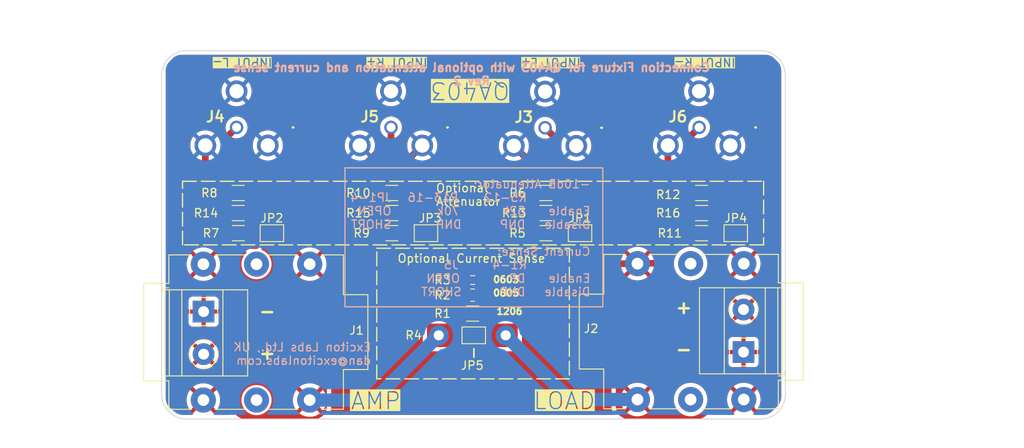
<source format=kicad_pcb>
(kicad_pcb (version 20221018) (generator pcbnew)
  (layers (0 "F.Cu" signal) (31 "B.Cu" signal) (34 "B.Paste" user) (35 "F.Paste" user) (36 "B.SilkS" user "B.Silkscreen") (37 "F.SilkS" user "F.Silkscreen") (38 "B.Mask" user) (39 "F.Mask" user) (44 "Edge.Cuts" user))
  (net 0 "")
  (net 1 "GNDA")
  (net 2 "/A")
  (net 3 "/B")
  (net 4 "/COM")
  (net 5 "Net-(R13-Pad2)")
  (net 6 "Net-(R10-Pad1)")
  (net 7 "Net-(R11-Pad2)")
  (net 8 "Net-(R14-Pad2)")
  (net 9 "/L+")
  (net 10 "/L-")
  (net 11 "/R+")
  (net 12 "/R-")
  (net 14 "unconnected-(J1-PadRN)")
  (footprint "Resistor_SMD:R_1206_3216Metric" (layer "F.Cu") (at 84.65 42 180)
    (fp_text reference "R8" (at 3.45 0 180) (layer "F.SilkS"))
    (fp_text value "R")
    (fp_line (start -0.727064 -0.91) (end 0.727064 -0.91) (stroke (width 0.12)) (layer "F.SilkS"))
    (fp_line (start -0.727064 0.91) (end 0.727064 0.91) (stroke (width 0.12)) (layer "F.SilkS"))
    (pad "1" smd roundrect (at -1.4625 0 180) (size 1.125 1.75) (layers "F.Cu" "F.Paste" "F.Mask") (roundrect_rratio 0.2222222222) (net 8 "Net-(R14-Pad2)"))
    (pad "2" smd roundrect (at 1.4625 0 180) (size 1.125 1.75) (layers "F.Cu" "F.Paste" "F.Mask") (roundrect_rratio 0.2222222222) (net 10 "/L-"))
  )
  (footprint "ProjectLibrary:R_SQM_20W_Resistor_45mm_20mm_12mm" (layer "F.Cu") (at 122.6 63)
    (fp_text reference "R4" (at -17 -4 180) (layer "F.SilkS"))
    (fp_text value "DNP")
    (pad "1" thru_hole circle (at -14 -4) (size 2.4 2.4) (drill 1.2) (layers "*.Cu" "*.Mask") (net 2 "/A"))
    (pad "2" thru_hole oval (at -6 -4) (size 2.4 2.4) (drill 1.2) (layers "*.Cu" "*.Mask") (net 3 "/B"))
  )
  (footprint "Resistor_SMD:R_1206_3216Metric" (layer "F.Cu") (at 140 42 180)
    (fp_text reference "R12" (at 4 -0.2 180) (layer "F.SilkS"))
    (fp_text value "R")
    (fp_line (start -0.727064 -0.91) (end 0.727064 -0.91) (stroke (width 0.12)) (layer "F.SilkS"))
    (fp_line (start -0.727064 0.91) (end 0.727064 0.91) (stroke (width 0.12)) (layer "F.SilkS"))
    (pad "1" smd roundrect (at -1.4625 0 180) (size 1.125 1.75) (layers "F.Cu" "F.Paste" "F.Mask") (roundrect_rratio 0.2222222222) (net 7 "Net-(R11-Pad2)"))
    (pad "2" smd roundrect (at 1.4625 0 180) (size 1.125 1.75) (layers "F.Cu" "F.Paste" "F.Mask") (roundrect_rratio 0.2222222222) (net 12 "/R-"))
  )
  (footprint "Resistor_SMD:R_1206_3216Metric" (layer "F.Cu") (at 121.4 46.8 180)
    (fp_text reference "R5" (at 3.4 0 180) (layer "F.SilkS"))
    (fp_text value "R")
    (fp_line (start -0.727064 -0.91) (end 0.727064 -0.91) (stroke (width 0.12)) (layer "F.SilkS"))
    (fp_line (start -0.727064 0.91) (end 0.727064 0.91) (stroke (width 0.12)) (layer "F.SilkS"))
    (pad "1" smd roundrect (at -1.4625 0 180) (size 1.125 1.75) (layers "F.Cu" "F.Paste" "F.Mask") (roundrect_rratio 0.2222222222) (net 3 "/B"))
    (pad "2" smd roundrect (at 1.4625 0 180) (size 1.125 1.75) (layers "F.Cu" "F.Paste" "F.Mask") (roundrect_rratio 0.2222222222) (net 5 "Net-(R13-Pad2)"))
  )
  (footprint "ProjectLibrary:52211232" (layer "F.Cu") (at 139.7 34.165)
    (fp_text reference "J6" (at -2.54 -1.27) (layer "F.SilkS") (effects (font (size 1.27 1.27) (thickness 0.254))))
    (fp_text value "Conn_Coaxial" hide)
    (fp_line (start 6.7 0) (end 6.7 0) (stroke (width 0.2)) (layer "F.SilkS"))
    (fp_line (start 6.7 0) (end 6.7 0) (stroke (width 0.2)) (layer "F.SilkS"))
    (fp_line (start 6.8 0) (end 6.8 0) (stroke (width 0.2)) (layer "F.SilkS"))
    (fp_arc (start 6.7 0) (mid 6.75 -0.05) (end 6.8 0) (stroke (width 0.2)) (layer "F.SilkS"))
    (fp_arc (start 6.8 0) (mid 6.75 0.05) (end 6.7 0) (stroke (width 0.2)) (layer "F.SilkS"))
    (fp_arc (start 6.8 0) (mid 6.75 0.05) (end 6.7 0) (stroke (width 0.2)) (layer "F.SilkS"))
    (pad "1" thru_hole circle locked (at 0 0) (size 1.605 1.605) (drill 1.07) (layers "*.Cu" "*.Mask") (net 12 "/R-"))
    (pad "2" thru_hole circle locked (at 0 -4.32) (size 2.595 2.595) (drill 1.73) (layers "*.Cu" "*.Mask") (net 1 "GNDA"))
    (pad "3" thru_hole circle locked (at 3.73 2.16) (size 2.595 2.595) (drill 1.73) (layers "*.Cu" "*.Mask") (net 1 "GNDA"))
    (pad "4" thru_hole circle locked (at -3.73 2.16) (size 2.595 2.595) (drill 1.73) (layers "*.Cu" "*.Mask") (net 1 "GNDA"))
  )
  (footprint "Jumper:SolderJumper-2_P1.3mm_Open_TrianglePad1.0x1.5mm" (layer "F.Cu") (at 144.075 46.8)
    (fp_text reference "JP4" (at 0 -1.8) (layer "F.SilkS"))
    (fp_text value "SolderJumper_2_Open")
    (fp_line (start -1.4 -1) (end 1.4 -1) (stroke (width 0.12)) (layer "F.SilkS"))
    (fp_line (start -1.4 1) (end -1.4 -1) (stroke (width 0.12)) (layer "F.SilkS"))
    (fp_line (start 1.4 -1) (end 1.4 1) (stroke (width 0.12)) (layer "F.SilkS"))
    (fp_line (start 1.4 1) (end -1.4 1) (stroke (width 0.12)) (layer "F.SilkS"))
    (pad "1" smd custom (at -0.725 0) (size 0.3 0.3) (layers "F.Cu" "F.Mask") (net 3 "/B") (options (clearance outline) (anchor rect)) (primitives (gr_poly (pts (xy 1 0) (xy 0.5 0.75) (xy -0.5 0.75) (xy -0.5 -0.75) (xy 0.5 -0.75)) (width 0) (fill yes))))
    (pad "2" smd custom (at 0.725 0) (size 0.3 0.3) (layers "F.Cu" "F.Mask") (net 12 "/R-") (options (clearance outline) (anchor rect)) (primitives (gr_poly (pts (xy 0.5 0.75) (xy -0.65 0.75) (xy -0.15 0) (xy -0.65 -0.75) (xy 0.5 -0.75)) (width 0) (fill yes))))
  )
  (footprint "ProjectLibrary:52211232" (layer "F.Cu") (at 121.300396 34.21)
    (fp_text reference "J3" (at -2.54 -1.27) (layer "F.SilkS") (effects (font (size 1.27 1.27) (thickness 0.254))))
    (fp_text value "Conn_Coaxial" hide)
    (fp_line (start 6.7 0) (end 6.7 0) (stroke (width 0.2)) (layer "F.SilkS"))
    (fp_line (start 6.7 0) (end 6.7 0) (stroke (width 0.2)) (layer "F.SilkS"))
    (fp_line (start 6.8 0) (end 6.8 0) (stroke (width 0.2)) (layer "F.SilkS"))
    (fp_arc (start 6.7 0) (mid 6.75 -0.05) (end 6.8 0) (stroke (width 0.2)) (layer "F.SilkS"))
    (fp_arc (start 6.8 0) (mid 6.75 0.05) (end 6.7 0) (stroke (width 0.2)) (layer "F.SilkS"))
    (fp_arc (start 6.8 0) (mid 6.75 0.05) (end 6.7 0) (stroke (width 0.2)) (layer "F.SilkS"))
    (pad "1" thru_hole circle locked (at 0 0) (size 1.605 1.605) (drill 1.07) (layers "*.Cu" "*.Mask") (net 9 "/L+"))
    (pad "2" thru_hole circle locked (at 0 -4.32) (size 2.595 2.595) (drill 1.73) (layers "*.Cu" "*.Mask") (net 1 "GNDA"))
    (pad "3" thru_hole circle locked (at 3.73 2.16) (size 2.595 2.595) (drill 1.73) (layers "*.Cu" "*.Mask") (net 1 "GNDA"))
    (pad "4" thru_hole circle locked (at -3.73 2.16) (size 2.595 2.595) (drill 1.73) (layers "*.Cu" "*.Mask") (net 1 "GNDA"))
  )
  (footprint "ProjectLibrary:52211232" (layer "F.Cu") (at 102.900793 34.165)
    (fp_text reference "J5" (at -2.54 -1.27) (layer "F.SilkS") (effects (font (size 1.27 1.27) (thickness 0.254))))
    (fp_text value "Conn_Coaxial" hide)
    (fp_line (start 6.7 0) (end 6.7 0) (stroke (width 0.2)) (layer "F.SilkS"))
    (fp_line (start 6.7 0) (end 6.7 0) (stroke (width 0.2)) (layer "F.SilkS"))
    (fp_line (start 6.8 0) (end 6.8 0) (stroke (width 0.2)) (layer "F.SilkS"))
    (fp_arc (start 6.7 0) (mid 6.75 -0.05) (end 6.8 0) (stroke (width 0.2)) (layer "F.SilkS"))
    (fp_arc (start 6.8 0) (mid 6.75 0.05) (end 6.7 0) (stroke (width 0.2)) (layer "F.SilkS"))
    (fp_arc (start 6.8 0) (mid 6.75 0.05) (end 6.7 0) (stroke (width 0.2)) (layer "F.SilkS"))
    (pad "1" thru_hole circle locked (at 0 0) (size 1.605 1.605) (drill 1.07) (layers "*.Cu" "*.Mask") (net 11 "/R+"))
    (pad "2" thru_hole circle locked (at 0 -4.32) (size 2.595 2.595) (drill 1.73) (layers "*.Cu" "*.Mask") (net 1 "GNDA"))
    (pad "3" thru_hole circle locked (at 3.73 2.16) (size 2.595 2.595) (drill 1.73) (layers "*.Cu" "*.Mask") (net 1 "GNDA"))
    (pad "4" thru_hole circle locked (at -3.73 2.16) (size 2.595 2.595) (drill 1.73) (layers "*.Cu" "*.Mask") (net 1 "GNDA"))
  )
  (footprint "Resistor_SMD:R_0603_1608Metric_Pad0.98x0.95mm_HandSolder" (layer "F.Cu") (at 112.65 52.4)
    (fp_text reference "R3" (at -3.6 0) (layer "F.SilkS"))
    (fp_text value "DNP")
    (fp_line (start -0.254724 -0.5225) (end 0.254724 -0.5225) (stroke (width 0.12)) (layer "F.SilkS"))
    (fp_line (start -0.254724 0.5225) (end 0.254724 0.5225) (stroke (width 0.12)) (layer "F.SilkS"))
    (pad "1" smd roundrect (at -0.9125 0) (size 0.975 0.95) (layers "F.Cu" "F.Paste" "F.Mask") (net 2 "/A"))
    (pad "2" smd roundrect (at 0.9125 0) (size 0.975 0.95) (layers "F.Cu" "F.Paste" "F.Mask") (net 3 "/B"))
  )
  (footprint "Resistor_SMD:R_1206_3216Metric" (layer "F.Cu") (at 103 42)
    (fp_text reference "R10" (at -4 0) (layer "F.SilkS"))
    (fp_text value "R")
    (fp_line (start -0.727064 -0.91) (end 0.727064 -0.91) (stroke (width 0.12)) (layer "F.SilkS"))
    (fp_line (start -0.727064 0.91) (end 0.727064 0.91) (stroke (width 0.12)) (layer "F.SilkS"))
    (pad "1" smd roundrect (at -1.4625 0) (size 1.125 1.75) (layers "F.Cu" "F.Paste" "F.Mask") (roundrect_rratio 0.2222222222) (net 6 "Net-(R10-Pad1)"))
    (pad "2" smd roundrect (at 1.4625 0) (size 1.125 1.75) (layers "F.Cu" "F.Paste" "F.Mask") (roundrect_rratio 0.2222222222) (net 2 "/A"))
  )
  (footprint "Resistor_SMD:R_1206_3216Metric" (layer "F.Cu") (at 84.65 44.4)
    (fp_text reference "R14" (at -3.85 0) (layer "F.SilkS"))
    (fp_text value "R")
    (fp_line (start -0.727064 -0.91) (end 0.727064 -0.91) (stroke (width 0.12)) (layer "F.SilkS"))
    (fp_line (start -0.727064 0.91) (end 0.727064 0.91) (stroke (width 0.12)) (layer "F.SilkS"))
    (pad "1" smd roundrect (at -1.4625 0) (size 1.125 1.75) (layers "F.Cu" "F.Paste" "F.Mask") (roundrect_rratio 0.2222222222) (net 1 "GNDA"))
    (pad "2" smd roundrect (at 1.4625 0) (size 1.125 1.75) (layers "F.Cu" "F.Paste" "F.Mask") (roundrect_rratio 0.2222222222) (net 8 "Net-(R14-Pad2)"))
  )
  (footprint "Jumper:SolderJumper-2_P1.3mm_Open_TrianglePad1.0x1.5mm" (layer "F.Cu") (at 125.475 46.8)
    (fp_text reference "JP1" (at 0 -1.8) (layer "F.SilkS"))
    (fp_text value "SolderJumper_2_Open")
    (fp_line (start -1.4 -1) (end 1.4 -1) (stroke (width 0.12)) (layer "F.SilkS"))
    (fp_line (start -1.4 1) (end -1.4 -1) (stroke (width 0.12)) (layer "F.SilkS"))
    (fp_line (start 1.4 -1) (end 1.4 1) (stroke (width 0.12)) (layer "F.SilkS"))
    (fp_line (start 1.4 1) (end -1.4 1) (stroke (width 0.12)) (layer "F.SilkS"))
    (pad "1" smd custom (at -0.725 0) (size 0.3 0.3) (layers "F.Cu" "F.Mask") (net 3 "/B") (options (clearance outline) (anchor rect)) (primitives (gr_poly (pts (xy 1 0) (xy 0.5 0.75) (xy -0.5 0.75) (xy -0.5 -0.75) (xy 0.5 -0.75)) (width 0) (fill yes))))
    (pad "2" smd custom (at 0.725 0) (size 0.3 0.3) (layers "F.Cu" "F.Mask") (net 9 "/L+") (options (clearance outline) (anchor rect)) (primitives (gr_poly (pts (xy 0.5 0.75) (xy -0.65 0.75) (xy -0.15 0) (xy -0.65 -0.75) (xy 0.5 -0.75)) (width 0) (fill yes))))
  )
  (footprint "ProjectLibrary:Dual_Jack_6.35mm_Neutrik_NMJ6HCD2_Horizontal_TerminalBlock_Phoenix_MKDS-1,5-2-5.08_1x02_P5.08mm_Horizontal" (layer "F.Cu") (at 93.185 66.73 180)
    (fp_text reference "J1" (at -5.615 8.33 180) (layer "F.SilkS"))
    (fp_text value "NMJ6HCD2_WITH_SCREW_TERM")
    (fp_line (start -6.95 3.645) (end -4.03 3.645) (stroke (width 0.12)) (layer "F.SilkS"))
    (fp_line (start -6.95 12.545) (end -6.95 3.645) (stroke (width 0.12)) (layer "F.SilkS"))
    (fp_line (start -6.95 12.585) (end -4.03 12.585) (stroke (width 0.12)) (layer "F.SilkS"))
    (fp_line (start -4.03 -1.105) (end -1.4 -1.105) (stroke (width 0.12)) (layer "F.SilkS"))
    (fp_line (start -4.03 3.645) (end -4.03 -1.105) (stroke (width 0.12)) (layer "F.SilkS"))
    (fp_line (start -4.03 17.335) (end -4.03 12.585) (stroke (width 0.12)) (layer "F.SilkS"))
    (fp_line (start -1.4 17.335) (end -4.03 17.335) (stroke (width 0.12)) (layer "F.SilkS"))
    (fp_line (start 1.4 -1.105) (end 5 -1.105) (stroke (width 0.12)) (layer "F.SilkS"))
    (fp_line (start 5 17.335) (end 1.4 17.335) (stroke (width 0.12)) (layer "F.SilkS"))
    (fp_line (start 7.405 2.882) (end 17.326 2.882) (stroke (width 0.12)) (layer "F.SilkS"))
    (fp_line (start 7.405 13.162) (end 7.405 2.882) (stroke (width 0.12)) (layer "F.SilkS"))
    (fp_line (start 7.405 13.162) (end 17.326 13.162) (stroke (width 0.12)) (layer "F.SilkS"))
    (fp_line (start 7.7 -1.105) (end 11.3 -1.105) (stroke (width 0.12)) (layer "F.SilkS"))
    (fp_line (start 10.365 13.162) (end 10.365 2.882) (stroke (width 0.12)) (layer "F.SilkS"))
    (fp_line (start 11.3 17.335) (end 7.7 17.335) (stroke (width 0.12)) (layer "F.SilkS"))
    (fp_line (start 11.391 4.412) (end 11.427 4.447) (stroke (width 0.12)) (layer "F.SilkS"))
    (fp_line (start 11.597 4.207) (end 11.643 4.254) (stroke (width 0.12)) (layer "F.SilkS"))
    (fp_line (start 13.689 6.709) (end 13.735 6.756) (stroke (width 0.12)) (layer "F.SilkS"))
    (fp_line (start 13.905 6.516) (end 13.94 6.551) (stroke (width 0.12)) (layer "F.SilkS"))
    (fp_line (start 15.266 13.162) (end 15.266 2.882) (stroke (width 0.12)) (layer "F.SilkS"))
    (fp_line (start 16.766 13.162) (end 16.766 2.882) (stroke (width 0.12)) (layer "F.SilkS"))
    (fp_line (start 16.82 -1.105) (end 14.1 -1.105) (stroke (width 0.12)) (layer "F.SilkS"))
    (fp_line (start 16.82 2.295) (end 16.82 -1.105) (stroke (width 0.12)) (layer "F.SilkS"))
    (fp_line (start 16.82 2.295) (end 19.82 2.295) (stroke (width 0.12)) (layer "F.SilkS"))
    (fp_line (start 16.82 13.935) (end 19.82 13.935) (stroke (width 0.12)) (layer "F.SilkS"))
    (fp_line (start 16.82 17.335) (end 14.1 17.335) (stroke (width 0.12)) (layer "F.SilkS"))
    (fp_line (start 16.82 17.335) (end 16.82 13.935) (stroke (width 0.12)) (layer "F.SilkS"))
    (fp_line (start 16.826 13.402) (end 17.566 13.402) (stroke (width 0.12)) (layer "F.SilkS"))
    (fp_line (start 17.326 13.162) (end 17.326 2.882) (stroke (width 0.12)) (layer "F.SilkS"))
    (fp_line (start 17.566 13.402) (end 17.566 12.902) (stroke (width 0.12)) (layer "F.SilkS"))
    (fp_line (start 19.82 13.935) (end 19.82 2.295) (stroke (width 0.12)) (layer "F.SilkS"))
    (fp_arc (start 11.130573 11.245042) (mid 10.985499 10.561476) (end 11.131 9.878) (stroke (width 0.12)) (layer "F.SilkS"))
    (fp_arc (start 11.982958 9.026573) (mid 12.666524 8.881499) (end 13.35 9.027) (stroke (width 0.12)) (layer "F.SilkS"))
    (fp_arc (start 13.349042 12.097427) (mid 12.665476 12.242501) (end 11.982 12.097) (stroke (width 0.12)) (layer "F.SilkS"))
    (fp_arc (start 14.200756 9.878682) (mid 14.309288 10.212708) (end 14.346 10.562) (stroke (width 0.12)) (layer "F.SilkS"))
    (fp_arc (start 14.346253 10.533195) (mid 14.312659 10.897551) (end 14.201 11.246) (stroke (width 0.12)) (layer "F.SilkS"))
    (fp_circle (center 12.666 5.482) (end 12.666 3.802) (stroke (width 0.12)) (fill none) (layer "F.SilkS"))
    (pad "R" thru_hole circle (at 6.35 0 180) (size 3 3) (drill 1.4) (layers "*.Cu" "*.Mask"))
    (pad "RN" thru_hole circle (at 6.35 16.23 180) (size 3 3) (drill 1.4) (layers "*.Cu" "*.Mask") (net 14 "unconnected-(J1-PadRN)"))
    (pad "S" thru_hole circle (at 12.7 0 180) (size 3 3) (drill 1.4) (layers "*.Cu" "*.Mask") (net 4 "/COM"))
    (pad "S2" thru_hole rect (at 12.666 10.562 270) (size 2.6 2.6) (drill 1.3) (layers "*.Cu" "*.Mask") (net 4 "/COM"))
    (pad "SN" thru_hole circle (at 12.7 16.23 180) (size 3 3) (drill 1.4) (layers "*.Cu" "*.Mask") (net 4 "/COM"))
    (pad "T" thru_hole circle (at 0 0 180) (size 3 3) (drill 1.4) (layers "*.Cu" "*.Mask") (net 2 "/A"))
    (pad "T2" thru_hole circle (at 12.666 5.482) (size 2.6 2.6) (drill 1.3) (layers "*.Cu" "*.Mask") (net 2 "/A"))
    (pad "TN" thru_hole circle (at 0 16.23 180) (size 3 3) (drill 1.4) (layers "*.Cu" "*.Mask") (net 2 "/A"))
  )
  (footprint "Resistor_SMD:R_1206_3216Metric" (layer "F.Cu") (at 103 46.8 180)
    (fp_text reference "R9" (at 3.6 0 180) (layer "F.SilkS"))
    (fp_text value "R")
    (fp_line (start -0.727064 -0.91) (end 0.727064 -0.91) (stroke (width 0.12)) (layer "F.SilkS"))
    (fp_line (start -0.727064 0.91) (end 0.727064 0.91) (stroke (width 0.12)) (layer "F.SilkS"))
    (pad "1" smd roundrect (at -1.4625 0 180) (size 1.125 1.75) (layers "F.Cu" "F.Paste" "F.Mask") (roundrect_rratio 0.2222222222) (net 11 "/R+"))
    (pad "2" smd roundrect (at 1.4625 0 180) (size 1.125 1.75) (layers "F.Cu" "F.Paste" "F.Mask") (roundrect_rratio 0.2222222222) (net 6 "Net-(R10-Pad1)"))
  )
  (footprint "Resistor_SMD:R_1206_3216Metric" (layer "F.Cu") (at 140 44.4)
    (fp_text reference "R16" (at -4 0) (layer "F.SilkS"))
    (fp_text value "R")
    (fp_line (start -0.727064 -0.91) (end 0.727064 -0.91) (stroke (width 0.12)) (layer "F.SilkS"))
    (fp_line (start -0.727064 0.91) (end 0.727064 0.91) (stroke (width 0.12)) (layer "F.SilkS"))
    (pad "1" smd roundrect (at -1.4625 0) (size 1.125 1.75) (layers "F.Cu" "F.Paste" "F.Mask") (roundrect_rratio 0.2222222222) (net 1 "GNDA"))
    (pad "2" smd roundrect (at 1.4625 0) (size 1.125 1.75) (layers "F.Cu" "F.Paste" "F.Mask") (roundrect_rratio 0.2222222222) (net 7 "Net-(R11-Pad2)"))
  )
  (footprint "Jumper:SolderJumper-2_P1.3mm_Open_TrianglePad1.0x1.5mm" (layer "F.Cu") (at 112.784314 59)
    (fp_text reference "JP5" (at -0.184314 3.6) (layer "F.SilkS"))
    (fp_text value "SolderJumper_2_Open")
    (fp_line (start -1.4 -1) (end 1.4 -1) (stroke (width 0.12)) (layer "F.SilkS"))
    (fp_line (start -1.4 1) (end -1.4 -1) (stroke (width 0.12)) (layer "F.SilkS"))
    (fp_line (start 1.4 -1) (end 1.4 1) (stroke (width 0.12)) (layer "F.SilkS"))
    (fp_line (start 1.4 1) (end -1.4 1) (stroke (width 0.12)) (layer "F.SilkS"))
    (pad "1" smd custom (at -0.725 0) (size 0.3 0.3) (layers "F.Cu" "F.Mask") (net 2 "/A") (options (clearance outline) (anchor rect)) (primitives (gr_poly (pts (xy 1 0) (xy 0.5 0.75) (xy -0.5 0.75) (xy -0.5 -0.75) (xy 0.5 -0.75)) (width 0) (fill yes))))
    (pad "2" smd custom (at 0.725 0) (size 0.3 0.3) (layers "F.Cu" "F.Mask") (net 3 "/B") (options (clearance outline) (anchor rect)) (primitives (gr_poly (pts (xy 0.5 0.75) (xy -0.65 0.75) (xy -0.15 0) (xy -0.65 -0.75) (xy 0.5 -0.75)) (width 0) (fill yes))))
  )
  (footprint "ProjectLibrary:Dual_Jack_6.35mm_Neutrik_NMJ6HCD2_Horizontal_TerminalBlock_Phoenix_MKDS-1,5-2-5.08_1x02_P5.08mm_Horizontal" (layer "F.Cu") (at 132.334 50.438)
    (fp_text reference "J2" (at -5.534 7.762) (layer "F.SilkS"))
    (fp_text value "NMJ6HCD2_WITH_SCREW_TERM")
    (fp_line (start -6.95 3.645) (end -4.03 3.645) (stroke (width 0.12)) (layer "F.SilkS"))
    (fp_line (start -6.95 12.545) (end -6.95 3.645) (stroke (width 0.12)) (layer "F.SilkS"))
    (fp_line (start -6.95 12.585) (end -4.03 12.585) (stroke (width 0.12)) (layer "F.SilkS"))
    (fp_line (start -4.03 -1.105) (end -1.4 -1.105) (stroke (width 0.12)) (layer "F.SilkS"))
    (fp_line (start -4.03 3.645) (end -4.03 -1.105) (stroke (width 0.12)) (layer "F.SilkS"))
    (fp_line (start -4.03 17.335) (end -4.03 12.585) (stroke (width 0.12)) (layer "F.SilkS"))
    (fp_line (start -1.4 17.335) (end -4.03 17.335) (stroke (width 0.12)) (layer "F.SilkS"))
    (fp_line (start 1.4 -1.105) (end 5 -1.105) (stroke (width 0.12)) (layer "F.SilkS"))
    (fp_line (start 5 17.335) (end 1.4 17.335) (stroke (width 0.12)) (layer "F.SilkS"))
    (fp_line (start 7.405 2.882) (end 17.326 2.882) (stroke (width 0.12)) (layer "F.SilkS"))
    (fp_line (start 7.405 13.162) (end 7.405 2.882) (stroke (width 0.12)) (layer "F.SilkS"))
    (fp_line (start 7.405 13.162) (end 17.326 13.162) (stroke (width 0.12)) (layer "F.SilkS"))
    (fp_line (start 7.7 -1.105) (end 11.3 -1.105) (stroke (width 0.12)) (layer "F.SilkS"))
    (fp_line (start 10.365 13.162) (end 10.365 2.882) (stroke (width 0.12)) (layer "F.SilkS"))
    (fp_line (start 11.3 17.335) (end 7.7 17.335) (stroke (width 0.12)) (layer "F.SilkS"))
    (fp_line (start 11.391 4.412) (end 11.427 4.447) (stroke (width 0.12)) (layer "F.SilkS"))
    (fp_line (start 11.597 4.207) (end 11.643 4.254) (stroke (width 0.12)) (layer "F.SilkS"))
    (fp_line (start 13.689 6.709) (end 13.735 6.756) (stroke (width 0.12)) (layer "F.SilkS"))
    (fp_line (start 13.905 6.516) (end 13.94 6.551) (stroke (width 0.12)) (layer "F.SilkS"))
    (fp_line (start 15.266 13.162) (end 15.266 2.882) (stroke (width 0.12)) (layer "F.SilkS"))
    (fp_line (start 16.766 13.162) (end 16.766 2.882) (stroke (width 0.12)) (layer "F.SilkS"))
    (fp_line (start 16.82 -1.105) (end 14.1 -1.105) (stroke (width 0.12)) (layer "F.SilkS"))
    (fp_line (start 16.82 2.295) (end 16.82 -1.105) (stroke (width 0.12)) (layer "F.SilkS"))
    (fp_line (start 16.82 2.295) (end 19.82 2.295) (stroke (width 0.12)) (layer "F.SilkS"))
    (fp_line (start 16.82 13.935) (end 19.82 13.935) (stroke (width 0.12)) (layer "F.SilkS"))
    (fp_line (start 16.82 17.335) (end 14.1 17.335) (stroke (width 0.12)) (layer "F.SilkS"))
    (fp_line (start 16.82 17.335) (end 16.82 13.935) (stroke (width 0.12)) (layer "F.SilkS"))
    (fp_line (start 16.826 13.402) (end 17.566 13.402) (stroke (width 0.12)) (layer "F.SilkS"))
    (fp_line (start 17.326 13.162) (end 17.326 2.882) (stroke (width 0.12)) (layer "F.SilkS"))
    (fp_line (start 17.566 13.402) (end 17.566 12.902) (stroke (width 0.12)) (layer "F.SilkS"))
    (fp_line (start 19.82 13.935) (end 19.82 2.295) (stroke (width 0.12)) (layer "F.SilkS"))
    (fp_arc (start 11.130573 11.245042) (mid 10.985499 10.561476) (end 11.131 9.878) (stroke (width 0.12)) (layer "F.SilkS"))
    (fp_arc (start 11.982958 9.026573) (mid 12.666524 8.881499) (end 13.35 9.027) (stroke (width 0.12)) (layer "F.SilkS"))
    (fp_arc (start 13.349042 12.097427) (mid 12.665476 12.242501) (end 11.982 12.097) (stroke (width 0.12)) (layer "F.SilkS"))
    (fp_arc (start 14.200756 9.878682) (mid 14.309288 10.212708) (end 14.346 10.562) (stroke (width 0.12)) (layer "F.SilkS"))
    (fp_arc (start 14.346253 10.533195) (mid 14.312659 10.897551) (end 14.201 11.246) (stroke (width 0.12)) (layer "F.SilkS"))
    (fp_circle (center 12.666 5.482) (end 12.666 3.802) (stroke (width 0.12)) (fill none) (layer "F.SilkS"))
    (pad "R" thru_hole circle (at 6.35 0) (size 3 3) (drill 1.4) (layers "*.Cu" "*.Mask"))
    (pad "RN" thru_hole circle (at 6.35 16.23) (size 3 3) (drill 1.4) (layers "*.Cu" "*.Mask"))
    (pad "S" thru_hole circle (at 12.7 0) (size 3 3) (drill 1.4) (layers "*.Cu" "*.Mask") (net 4 "/COM"))
    (pad "S2" thru_hole rect (at 12.666 10.562 90) (size 2.6 2.6) (drill 1.3) (layers "*.Cu" "*.Mask") (net 4 "/COM"))
    (pad "SN" thru_hole circle (at 12.7 16.23) (size 3 3) (drill 1.4) (layers "*.Cu" "*.Mask") (net 4 "/COM"))
    (pad "T" thru_hole circle (at 0 0) (size 3 3) (drill 1.4) (layers "*.Cu" "*.Mask") (net 3 "/B"))
    (pad "T2" thru_hole circle (at 12.666 5.482 180) (size 2.6 2.6) (drill 1.3) (layers "*.Cu" "*.Mask") (net 3 "/B"))
    (pad "TN" thru_hole circle (at 0 16.23) (size 3 3) (drill 1.4) (layers "*.Cu" "*.Mask") (net 3 "/B"))
  )
  (footprint "ProjectLibrary:52211232" (layer "F.Cu") (at 84.455 34.165)
    (fp_text reference "J4" (at -2.54 -1.27) (layer "F.SilkS") (effects (font (size 1.27 1.27) (thickness 0.254))))
    (fp_text value "Conn_Coaxial" hide)
    (fp_line (start 6.7 0) (end 6.7 0) (stroke (width 0.2)) (layer "F.SilkS"))
    (fp_line (start 6.7 0) (end 6.7 0) (stroke (width 0.2)) (layer "F.SilkS"))
    (fp_line (start 6.8 0) (end 6.8 0) (stroke (width 0.2)) (layer "F.SilkS"))
    (fp_arc (start 6.7 0) (mid 6.75 -0.05) (end 6.8 0) (stroke (width 0.2)) (layer "F.SilkS"))
    (fp_arc (start 6.8 0) (mid 6.75 0.05) (end 6.7 0) (stroke (width 0.2)) (layer "F.SilkS"))
    (fp_arc (start 6.8 0) (mid 6.75 0.05) (end 6.7 0) (stroke (width 0.2)) (layer "F.SilkS"))
    (pad "1" thru_hole circle locked (at 0 0) (size 1.605 1.605) (drill 1.07) (layers "*.Cu" "*.Mask") (net 10 "/L-"))
    (pad "2" thru_hole circle locked (at 0 -4.32) (size 2.595 2.595) (drill 1.73) (layers "*.Cu" "*.Mask") (net 1 "GNDA"))
    (pad "3" thru_hole circle locked (at 3.73 2.16) (size 2.595 2.595) (drill 1.73) (layers "*.Cu" "*.Mask") (net 1 "GNDA"))
    (pad "4" thru_hole circle locked (at -3.73 2.16) (size 2.595 2.595) (drill 1.73) (layers "*.Cu" "*.Mask") (net 1 "GNDA"))
  )
  (footprint "Resistor_SMD:R_1206_3216Metric" (layer "F.Cu") (at 140 46.8)
    (fp_text reference "R11" (at -3.8 0) (layer "F.SilkS"))
    (fp_text value "R")
    (fp_line (start -0.727064 -0.91) (end 0.727064 -0.91) (stroke (width 0.12)) (layer "F.SilkS"))
    (fp_line (start -0.727064 0.91) (end 0.727064 0.91) (stroke (width 0.12)) (layer "F.SilkS"))
    (pad "1" smd roundrect (at -1.4625 0) (size 1.125 1.75) (layers "F.Cu" "F.Paste" "F.Mask") (roundrect_rratio 0.2222222222) (net 3 "/B"))
    (pad "2" smd roundrect (at 1.4625 0) (size 1.125 1.75) (layers "F.Cu" "F.Paste" "F.Mask") (roundrect_rratio 0.2222222222) (net 7 "Net-(R11-Pad2)"))
  )
  (footprint "Resistor_SMD:R_1206_3216Metric" (layer "F.Cu") (at 103 44.4 180)
    (fp_text reference "R15" (at 4 0 180) (layer "F.SilkS"))
    (fp_text value "R")
    (fp_line (start -0.727064 -0.91) (end 0.727064 -0.91) (stroke (width 0.12)) (layer "F.SilkS"))
    (fp_line (start -0.727064 0.91) (end 0.727064 0.91) (stroke (width 0.12)) (layer "F.SilkS"))
    (pad "1" smd roundrect (at -1.4625 0 180) (size 1.125 1.75) (layers "F.Cu" "F.Paste" "F.Mask") (roundrect_rratio 0.2222222222) (net 1 "GNDA"))
    (pad "2" smd roundrect (at 1.4625 0 180) (size 1.125 1.75) (layers "F.Cu" "F.Paste" "F.Mask") (roundrect_rratio 0.2222222222) (net 6 "Net-(R10-Pad1)"))
  )
  (footprint "Resistor_SMD:R_1206_3216Metric_Pad1.30x1.75mm_HandSolder" (layer "F.Cu") (at 112.65 56.4)
    (fp_text reference "R1" (at -3.6 0) (layer "F.SilkS"))
    (fp_text value "DNP")
    (fp_line (start -0.727064 -0.91) (end 0.727064 -0.91) (stroke (width 0.12)) (layer "F.SilkS"))
    (fp_line (start -0.727064 0.91) (end 0.727064 0.91) (stroke (width 0.12)) (layer "F.SilkS"))
    (pad "1" smd roundrect (at -1.55 0) (size 1.3 1.75) (layers "F.Cu" "F.Paste" "F.Mask") (roundrect_rratio 0.1923076923) (net 2 "/A"))
    (pad "2" smd roundrect (at 1.55 0) (size 1.3 1.75) (layers "F.Cu" "F.Paste" "F.Mask") (roundrect_rratio 0.1923076923) (net 3 "/B"))
  )
  (footprint "Resistor_SMD:R_1206_3216Metric" (layer "F.Cu") (at 121.4 42)
    (fp_text reference "R6" (at -3.4 0) (layer "F.SilkS"))
    (fp_text value "R")
    (fp_line (start -0.727064 -0.91) (end 0.727064 -0.91) (stroke (width 0.12)) (layer "F.SilkS"))
    (fp_line (start -0.727064 0.91) (end 0.727064 0.91) (stroke (width 0.12)) (layer "F.SilkS"))
    (pad "1" smd roundrect (at -1.4625 0) (size 1.125 1.75) (layers "F.Cu" "F.Paste" "F.Mask") (roundrect_rratio 0.2222222222) (net 5 "Net-(R13-Pad2)"))
    (pad "2" smd roundrect (at 1.4625 0) (size 1.125 1.75) (layers "F.Cu" "F.Paste" "F.Mask") (roundrect_rratio 0.2222222222) (net 9 "/L+"))
  )
  (footprint "Jumper:SolderJumper-2_P1.3mm_Open_TrianglePad1.0x1.5mm" (layer "F.Cu") (at 107.075 46.8)
    (fp_text reference "JP3" (at 0.525 -1.8) (layer "F.SilkS"))
    (fp_text value "SolderJumper_2_Open")
    (fp_line (start -1.4 -1) (end 1.4 -1) (stroke (width 0.12)) (layer "F.SilkS"))
    (fp_line (start -1.4 1) (end -1.4 -1) (stroke (width 0.12)) (layer "F.SilkS"))
    (fp_line (start 1.4 -1) (end 1.4 1) (stroke (width 0.12)) (layer "F.SilkS"))
    (fp_line (start 1.4 1) (end -1.4 1) (stroke (width 0.12)) (layer "F.SilkS"))
    (pad "1" smd custom (at -0.725 0) (size 0.3 0.3) (layers "F.Cu" "F.Mask") (net 11 "/R+") (options (clearance outline) (anchor rect)) (primitives (gr_poly (pts (xy 1 0) (xy 0.5 0.75) (xy -0.5 0.75) (xy -0.5 -0.75) (xy 0.5 -0.75)) (width 0) (fill yes))))
    (pad "2" smd custom (at 0.725 0) (size 0.3 0.3) (layers "F.Cu" "F.Mask") (net 2 "/A") (options (clearance outline) (anchor rect)) (primitives (gr_poly (pts (xy 0.5 0.75) (xy -0.65 0.75) (xy -0.15 0) (xy -0.65 -0.75) (xy 0.5 -0.75)) (width 0) (fill yes))))
  )
  (footprint "Resistor_SMD:R_1206_3216Metric" (layer "F.Cu") (at 121.4 44.4 180)
    (fp_text reference "R13" (at 3.8 0 180) (layer "F.SilkS"))
    (fp_text value "R")
    (fp_line (start -0.727064 -0.91) (end 0.727064 -0.91) (stroke (width 0.12)) (layer "F.SilkS"))
    (fp_line (start -0.727064 0.91) (end 0.727064 0.91) (stroke (width 0.12)) (layer "F.SilkS"))
    (pad "1" smd roundrect (at -1.4625 0 180) (size 1.125 1.75) (layers "F.Cu" "F.Paste" "F.Mask") (roundrect_rratio 0.2222222222) (net 1 "GNDA"))
    (pad "2" smd roundrect (at 1.4625 0 180) (size 1.125 1.75) (layers "F.Cu" "F.Paste" "F.Mask") (roundrect_rratio 0.2222222222) (net 5 "Net-(R13-Pad2)"))
  )
  (footprint "Jumper:SolderJumper-2_P1.3mm_Open_TrianglePad1.0x1.5mm" (layer "F.Cu") (at 88.675 46.8)
    (fp_text reference "JP2" (at 0 -1.8) (layer "F.SilkS"))
    (fp_text value "SolderJumper_2_Open")
    (fp_line (start -1.4 -1) (end 1.4 -1) (stroke (width 0.12)) (layer "F.SilkS"))
    (fp_line (start -1.4 1) (end -1.4 -1) (stroke (width 0.12)) (layer "F.SilkS"))
    (fp_line (start 1.4 -1) (end 1.4 1) (stroke (width 0.12)) (layer "F.SilkS"))
    (fp_line (start 1.4 1) (end -1.4 1) (stroke (width 0.12)) (layer "F.SilkS"))
    (pad "1" smd custom (at -0.725 0) (size 0.3 0.3) (layers "F.Cu" "F.Mask") (net 4 "/COM") (options (clearance outline) (anchor rect)) (primitives (gr_poly (pts (xy 1 0) (xy 0.5 0.75) (xy -0.5 0.75) (xy -0.5 -0.75) (xy 0.5 -0.75)) (width 0) (fill yes))))
    (pad "2" smd custom (at 0.725 0) (size 0.3 0.3) (layers "F.Cu" "F.Mask") (net 10 "/L-") (options (clearance outline) (anchor rect)) (primitives (gr_poly (pts (xy 0.5 0.75) (xy -0.65 0.75) (xy -0.15 0) (xy -0.65 -0.75) (xy 0.5 -0.75)) (width 0) (fill yes))))
  )
  (footprint "Resistor_SMD:R_1206_3216Metric" (layer "F.Cu") (at 84.6625 46.8)
    (fp_text reference "R7" (at -3.2625 0) (layer "F.SilkS"))
    (fp_text value "R")
    (fp_line (start -0.727064 -0.91) (end 0.727064 -0.91) (stroke (width 0.12)) (layer "F.SilkS"))
    (fp_line (start -0.727064 0.91) (end 0.727064 0.91) (stroke (width 0.12)) (layer "F.SilkS"))
    (pad "1" smd roundrect (at -1.4625 0) (size 1.125 1.75) (layers "F.Cu" "F.Paste" "F.Mask") (roundrect_rratio 0.2222222222) (net 4 "/COM"))
    (pad "2" smd roundrect (at 1.4625 0) (size 1.125 1.75) (layers "F.Cu" "F.Paste" "F.Mask") (roundrect_rratio 0.2222222222) (net 8 "Net-(R14-Pad2)"))
  )
  (footprint "Resistor_SMD:R_0805_2012Metric_Pad1.20x1.40mm_HandSolder" (layer "F.Cu") (at 112.65 54.2)
    (fp_text reference "R2" (at -3.6 0) (layer "F.SilkS"))
    (fp_text value "DNP")
    (fp_line (start -0.227064 -0.735) (end 0.227064 -0.735) (stroke (width 0.12)) (layer "F.SilkS"))
    (fp_line (start -0.227064 0.735) (end 0.227064 0.735) (stroke (width 0.12)) (layer "F.SilkS"))
    (pad "1" smd roundrect (at -1 0) (size 1.2 1.4) (layers "F.Cu" "F.Paste" "F.Mask") (roundrect_rratio 0.2083333333) (net 2 "/A"))
    (pad "2" smd roundrect (at 1 0) (size 1.2 1.4) (layers "F.Cu" "F.Paste" "F.Mask") (roundrect_rratio 0.2083333333) (net 3 "/B"))
  )
  (gr_rect (start 97.4 39) (end 128.2 55.6) (stroke (width 0.15)) (fill none) (layer "B.SilkS"))
  (gr_rect (start 78 40.6) (end 147.4 48.2) (stroke (width 0.15) (type dash)) (fill none) (layer "F.SilkS"))
  (gr_line (start 112.8 61.6) (end 112.8 60.6) (stroke (width 0.2)) (layer "F.SilkS"))
  (gr_rect (start 101.2 48.6) (end 124.2 64.2) (stroke (width 0.15) (type dash)) (fill none) (layer "F.SilkS"))
  (gr_arc (start 75.5 28) (mid 76.37868 25.87868) (end 78.5 25) (stroke (width 0.1)) (layer "Edge.Cuts"))
  (gr_arc (start 147 25) (mid 149.12132 25.87868) (end 150 28) (stroke (width 0.1)) (layer "Edge.Cuts"))
  (gr_line (start 75.5 66) (end 75.5 28) (stroke (width 0.1)) (layer "Edge.Cuts"))
  (gr_line (start 78.5 25) (end 147 25) (stroke (width 0.1)) (layer "Edge.Cuts"))
  (gr_line (start 150 28) (end 150 66) (stroke (width 0.1)) (layer "Edge.Cuts"))
  (gr_line (start 147 69) (end 78.5 69) (stroke (width 0.1)) (layer "Edge.Cuts"))
  (gr_arc (start 78.5 69) (mid 76.37868 68.12132) (end 75.5 66) (stroke (width 0.1)) (layer "Edge.Cuts"))
  (gr_arc (start 150 66) (mid 149.12132 68.12132) (end 147 69) (stroke (width 0.1)) (layer "Edge.Cuts"))
  (gr_text "Connection Fixture for QA403 with optional attenuation and current sense\nRev 2" (at 112.522 29.21) (layer "B.SilkS") (effects (font (size 1 1) (thickness 0.25) bold) (justify bottom mirror)))
  (gr_text "-10dB Attenuator:\n	     R5-12	R13-16	JP1-4\nEnable 	52k	     70k	OPEN\nDisable   DNP      DNP	SHORT\n\nCurrent Sense:\n	     R1-4	J5	\nEnable	DP	     OPEN	\nDisable   DNP      SHORT	" (at 126.8 54.4) (layer "B.SilkS") (effects (font (size 1 1)) (justify left bottom mirror)))
  (gr_text "Exciton Labs Ltd., UK\ndan@excitonlabs.com" (at 100.6 62.6) (layer "B.SilkS") (effects (font (size 1 1)) (justify left bottom mirror)))
  (gr_text "QA403" (at 117.2 28.6 180) (layer "F.SilkS" knockout) (effects (font (size 2 2)) (justify left bottom)))
  (gr_text "0805" (at 115 54.4) (layer "F.SilkS") (effects (font (size 0.8 0.8) (thickness 0.2) bold) (justify left bottom)))
  (gr_text "AMP" (at 98 68) (layer "F.SilkS" knockout) (effects (font (size 2 2)) (justify left bottom)))
  (gr_text "LOAD" (at 119.8 68) (layer "F.SilkS" knockout) (effects (font (size 2 2)) (justify left bottom)))
  (gr_text "+" (at 139 55 180) (layer "F.SilkS") (effects (font (size 1.5 1.5) (thickness 0.3) bold) (justify left bottom)))
  (gr_text "INPUT R+" (at 107.33746 25.8 180) (layer "F.SilkS" knockout) (effects (font (size 1 1)) (justify left bottom)))
  (gr_text "INPUT L+" (at 125.641825 25.8 180) (layer "F.SilkS" knockout) (effects (font (size 1 1)) (justify left bottom)))
  (gr_text "+" (at 87 62) (layer "F.SilkS") (effects (font (size 1.5 1.5) (thickness 0.3) bold) (justify left bottom)))
  (gr_text "INPUT L-" (at 88.796429 25.8 180) (layer "F.SilkS" knockout) (effects (font (size 1 1)) (justify left bottom)))
  (gr_text "1206" (at 115.4 56.6) (layer "F.SilkS") (effects (font (size 0.8 0.8) (thickness 0.2) bold) (justify left bottom)))
  (gr_text "INPUT R-" (at 144.136667 25.8 180) (layer "F.SilkS" knockout) (effects (font (size 1 1)) (justify left bottom)))
  (gr_text "Optional Current Sense" (at 103.6 50.4) (layer "F.SilkS") (effects (font (size 1 1)) (justify left bottom)))
  (gr_text "0603" (at 115 52.8) (layer "F.SilkS") (effects (font (size 0.8 0.8) (thickness 0.2) bold) (justify left bottom)))
  (gr_text "-" (at 139 60 180) (layer "F.SilkS") (effects (font (size 1.5 1.5) (thickness 0.3) bold) (justify left bottom)))
  (gr_text "Optional\nAttenuator" (at 108.2 43.6) (layer "F.SilkS") (effects (font (size 1 1)) (justify left bottom)))
  (gr_text "-" (at 87 57) (layer "F.SilkS") (effects (font (size 1.5 1.5) (thickness 0.3) bold) (justify left bottom)))
  (segment (start 104.4625 44.4) (end 103.3 43.2375) (width 0.8) (layer "F.Cu") (net 1))
  (segment (start 135.97 41.8325) (end 135.97 36.325) (width 0.8) (layer "F.Cu") (net 1))
  (segment (start 80.725 41.9375) (end 80.725 36.325) (width 0.8) (layer "F.Cu") (net 1))
  (segment (start 121.1 42.7) (end 121.1 39.899604) (width 0.8) (layer "F.Cu") (net 1))
  (segment (start 122.8625 44.4) (end 122.8 44.4) (width 0.8) (layer "F.Cu") (net 1))
  (segment (start 103.3 39.655793) (end 106.630793 36.325) (width 0.8) (layer "F.Cu") (net 1))
  (segment (start 83.1875 44.4) (end 82.8 44.4) (width 0.8) (layer "F.Cu") (net 1))
  (segment (start 122.8 44.4) (end 121.1 42.7) (width 0.8) (layer "F.Cu") (net 1))
  (segment (start 103.3 43.2375) (end 103.3 39.655793) (width 0.8) (layer "F.Cu") (net 1))
  (segment (start 121.1 39.899604) (end 117.570396 36.37) (width 0.8) (layer "F.Cu") (net 1))
  (segment (start 83.1875 44.4) (end 80.725 41.9375) (width 0.8) (layer "F.Cu") (net 1))
  (segment (start 138.5375 44.4) (end 135.97 41.8325) (width 0.8) (layer "F.Cu") (net 1))
  (segment (start 106.630793 36.325) (end 106.725 36.325) (width 0.8) (layer "B.Cu") (net 1))
  (segment (start 106.725 36.325) (end 106.8 36.4) (width 0.8) (layer "B.Cu") (net 1))
  (segment (start 111.65 54.2) (end 111.65 55.85) (width 0.8) (layer "F.Cu") (net 2))
  (segment (start 92.75 66.73) (end 92.75 66.75) (width 1.6) (layer "F.Cu") (net 2))
  (segment (start 108.6 59) (end 112.059314 59) (width 1.6) (layer "F.Cu") (net 2))
  (segment (start 92.75 66.75) (end 93 67) (width 1.6) (layer "F.Cu") (net 2))
  (segment (start 107.95 48.6125) (end 107.95 45.4875) (width 0.8) (layer "F.Cu") (net 2))
  (segment (start 111.7375 52.4) (end 107.95 48.6125) (width 0.8) (layer "F.Cu") (net 2))
  (segment (start 111.7375 54.1125) (end 111.65 54.2) (width 0.8) (layer "F.Cu") (net 2))
  (segment (start 111.7375 52.4) (end 111.7375 54.1125) (width 0.8) (layer "F.Cu") (net 2))
  (segment (start 107.95 45.4875) (end 104.4625 42) (width 0.8) (layer "F.Cu") (net 2))
  (segment (start 111.1 58.040686) (end 112.059314 59) (width 0.8) (layer "F.Cu") (net 2))
  (segment (start 111.65 55.85) (end 111.1 56.4) (width 0.8) (layer "F.Cu") (net 2))
  (segment (start 111.1 56.4) (end 111.1 58.040686) (width 0.8) (layer "F.Cu") (net 2))
  (segment (start 93.185 66.73) (end 100.87 66.73) (width 1.6) (layer "B.Cu") (net 2))
  (segment (start 100.87 66.73) (end 108.6 59) (width 1.6) (layer "B.Cu") (net 2))
  (segment (start 143.35 47.45) (end 143.35 46.8) (width 0.8) (layer "F.Cu") (net 3))
  (segment (start 124.75 46.8) (end 122.8625 46.8) (width 0.8) (layer "F.Cu") (net 3))
  (segment (start 113.5625 52.4) (end 113.5625 54.1125) (width 0.8) (layer "F.Cu") (net 3))
  (segment (start 113.5625 54.1125) (end 113.65 54.2) (width 0.8) (layer "F.Cu") (net 3))
  (segment (start 113.659314 56.940686) (end 113.659314 59) (width 0.8) (layer "F.Cu") (net 3))
  (segment (start 116.6 59) (end 114.059314 59) (width 1.6) (layer "F.Cu") (net 3))
  (segment (start 113.65 55.85) (end 114.2 56.4) (width 0.8) (layer "F.Cu") (net 3))
  (segment (start 139.322918 46.8) (end 140.797918 48.275) (width 0.8) (layer "F.Cu") (net 3))
  (segment (start 113.65 54.2) (end 113.65 55.85) (width 0.8) (layer "F.Cu") (net 3))
  (segment (start 134.9375 50.4) (end 138.5375 46.8) (width 0.8) (layer "F.Cu") (net 3))
  (segment (start 142.525 48.275) (end 143.35 47.45) (width 0.8) (layer "F.Cu") (net 3))
  (segment (start 132.8 50.4) (end 134.9375 50.4) (width 0.8) (layer "F.Cu") (net 3))
  (segment (start 126.5005 50.438) (end 132.334 50.438) (width 0.8) (layer "F.Cu") (net 3))
  (segment (start 122.8625 46.8) (end 126.5005 50.438) (width 0.8) (layer "F.Cu") (net 3))
  (segment (start 114.2 56.4) (end 113.659314 56.940686) (width 0.8) (layer "F.Cu") (net 3))
  (segment (start 132.762 50.438) (end 132.8 50.4) (width 0.8) (layer "F.Cu") (net 3))
  (segment (start 140.797918 48.275) (end 142.525 48.275) (width 0.8) (layer "F.Cu") (net 3))
  (segment (start 132.334 50.438) (end 132.762 50.438) (width 0.8) (layer "F.Cu") (net 3))
  (segment (start 138.5375 46.8) (end 139.322918 46.8) (width 0.8) (layer "F.Cu") (net 3))
  (segment (start 124.268 66.668) (end 116.6 59) (width 1.6) (layer "B.Cu") (net 3))
  (segment (start 132.334 66.668) (end 124.268 66.668) (width 1.6) (layer "B.Cu") (net 3))
  (segment (start 84.675 48.275) (end 86.789582 48.275) (width 0.8) (layer "F.Cu") (net 4))
  (segment (start 87.95 47.114582) (end 87.95 46.8) (width 0.8) (layer "F.Cu") (net 4))
  (segment (start 86.789582 48.275) (end 87.95 47.114582) (width 0.8) (layer "F.Cu") (net 4))
  (segment (start 83.2 46.8) (end 84.675 48.275) (width 0.8) (layer "F.Cu") (net 4))
  (segment (start 119.9375 44.4) (end 119.9375 42) (width 0.8) (layer "F.Cu") (net 5))
  (segment (start 119.9375 46.8) (end 119.9375 44.4) (width 0.8) (layer "F.Cu") (net 5))
  (segment (start 101.5375 42) (end 101.5375 44.4) (width 0.8) (layer "F.Cu") (net 6))
  (segment (start 101.5375 44.4) (end 101.5375 46.8) (width 0.8) (layer "F.Cu") (net 6))
  (segment (start 141.4625 42) (end 141.4625 44.4) (width 0.8) (layer "F.Cu") (net 7))
  (segment (start 141.4625 44.4) (end 141.4625 46.8) (width 0.8) (layer "F.Cu") (net 7))
  (segment (start 86.1125 44.4) (end 86.1125 46.7875) (width 0.8) (layer "F.Cu") (net 8))
  (segment (start 86.1125 42) (end 86.1125 44.4) (width 0.8) (layer "F.Cu") (net 8))
  (segment (start 86.1125 46.7875) (end 86.125 46.8) (width 0.8) (layer "F.Cu") (net 8))
  (segment (start 122.8625 42) (end 126.35 45.4875) (width 0.8) (layer "F.Cu") (net 9))
  (segment (start 126.35 45.4875) (end 126.35 46.8) (width 0.8) (layer "F.Cu") (net 9))
  (segment (start 122.8625 42) (end 122.8625 35.772104) (width 0.8) (layer "F.Cu") (net 9))
  (segment (start 122.8625 35.772104) (end 121.300396 34.21) (width 0.8) (layer "F.Cu") (net 9))
  (segment (start 89.55 43.297918) (end 89.55 46.8) (width 0.8) (layer "F.Cu") (net 10))
  (segment (start 83 42) (end 83 35.62) (width 0.8) (layer "F.Cu") (net 10))
  (segment (start 83 35.62) (end 84.455 34.165) (width 0.8) (layer "F.Cu") (net 10))
  (segment (start 83.1875 42) (end 83 42) (width 0.8) (layer "F.Cu") (net 10))
  (segment (start 83.1875 42) (end 84.6625 40.525) (width 0.8) (layer "F.Cu") (net 10))
  (segment (start 84.6625 40.525) (end 86.777082 40.525) (width 0.8) (layer "F.Cu") (net 10))
  (segment (start 86.777082 40.525) (end 89.55 43.297918) (width 0.8) (layer "F.Cu") (net 10))
  (segment (start 104.4625 46.8) (end 102.9875 48.275) (width 0.8) (layer "F.Cu") (net 11))
  (segment (start 102.900793 35.499207) (end 102.900793 34.165) (width 0.8) (layer "F.Cu") (net 11))
  (segment (start 100.2 47.8) (end 100.2 38.2) (width 0.8) (layer "F.Cu") (net 11))
  (segment (start 100.2 38.2) (end 102.900793 35.499207) (width 0.8) (layer "F.Cu") (net 11))
  (segment (start 102.9875 48.275) (end 100.675 48.275) (width 0.8) (layer "F.Cu") (net 11))
  (segment (start 100.675 48.275) (end 100.2 47.8) (width 0.8) (layer "F.Cu") (net 11))
  (segment (start 104.4625 46.8) (end 106.35 46.8) (width 0.8) (layer "F.Cu") (net 11))
  (segment (start 138.5375 42) (end 140.0125 40.525) (width 0.8) (layer "F.Cu") (net 12))
  (segment (start 144.95 42.95) (end 144.95 46.8) (width 0.8) (layer "F.Cu") (net 12))
  (segment (start 138.5375 42) (end 138.5375 35.3275) (width 0.8) (layer "F.Cu") (net 12))
  (segment (start 138.5375 35.3275) (end 139.7 34.165) (width 0.8) (layer "F.Cu") (net 12))
  (segment (start 140.0125 40.525) (end 142.525 40.525) (width 0.8) (layer "F.Cu") (net 12))
  (segment (start 142.525 40.525) (end 144.95 42.95) (width 0.8) (layer "F.Cu") (net 12))
  (segment (start 86.4 50.5) (end 86.835 50.5) (width 0.5) (layer "F.Cu") (net 14))
  (zone (net 4) (net_name "/COM") (layer "F.Cu") (priority 1) (connect_pads (clearance 0.5)) (min_thickness 0.25) (fill yes (thermal_gap 0.5) (thermal_bridge_width 0.5) (smoothing fillet) (radius 1.5))
    (polygon (pts (xy 76 67.25) (xy 76 26.75) (xy 77.25 25.5) (xy 94.375 25.5) (xy 112.75 25.5) (xy 131.125 25.5) (xy 148.25 25.5) (xy 149.5 26.75) (xy 149.5 47.625) (xy 149.5 67) (xy 148 68.5) (xy 77.5 68.5)))
  )
  (zone (net 3) (net_name "/B") (layer "F.Cu") (priority 2) (connect_pads (clearance 0.5)) (min_thickness 0.25) (fill yes (thermal_gap 0.5) (thermal_bridge_width 0.5) (smoothing fillet) (radius 1.5))
    (polygon (pts (xy 129.75 69) (xy 129.75 48.25) (xy 141 48.25) (xy 141 53.75) (xy 147.5 53.75) (xy 147.5 58.25) (xy 141 58.25) (xy 141 69)))
  )
  (zone (net 0) (net_name "") (layer "F.Cu") (connect_pads yes (clearance 0)) (min_thickness 0.25)
    (keepout (tracks not_allowed) (vias not_allowed) (pads not_allowed) (copperpour not_allowed) (footprints allowed))
    (fill (thermal_gap 0.5) (thermal_bridge_width 0.5))
    (polygon (pts (xy 113.2 60.2) (xy 113.2 60.8) (xy 112 60.8) (xy 112 60.2)))
  )
  (zone (net 2) (net_name "/A") (layer "F.Cu") (name "A") (priority 2) (connect_pads (clearance 0.3)) (min_thickness 0.25) (fill yes (thermal_gap 0.5) (thermal_bridge_width 0.5) (smoothing fillet) (radius 1.5))
    (polygon (pts (xy 95.25 48.25) (xy 95.25 69) (xy 84 69) (xy 84 63.5) (xy 77.5 63.5) (xy 77.5 59) (xy 84 59) (xy 84 48.25)))
  )
  (zone (net 3) (net_name "/B") (layer "F.Cu") (priority 1) (connect_pads yes (clearance 0)) (min_thickness 0.25) (fill yes (thermal_gap 0.5) (thermal_bridge_width 0.5))
    (polygon (pts (xy 113 58) (xy 113.4 58) (xy 113.4 59.8) (xy 113.4 60.4) (xy 118.034314 60.4) (xy 118.034314 57.6) (xy 114.834314 57.6) (xy 114.834314 55.8) (xy 114.234314 55.8) (xy 114.2 51.8) (xy 113 51.8)))
  )
  (zone (net 2) (net_name "/A") (layer "F.Cu") (priority 1) (connect_pads yes (clearance 0)) (min_thickness 0.25) (fill yes (thermal_gap 0.5) (thermal_bridge_width 0.5))
    (polygon (pts (xy 112.234314 58) (xy 111.834314 58) (xy 111.834314 59.8) (xy 111.834314 60.4) (xy 107.2 60.4) (xy 107.2 57.6) (xy 110.4 57.6) (xy 110.4 55.8) (xy 111 55.8) (xy 111.034314 51.8) (xy 112.234314 51.8)))
  )
  (zone (net 1) (net_name "GNDA") (layer "B.Cu") (priority 1) (connect_pads (clearance 0.5)) (min_thickness 0.25) (fill yes (thermal_gap 0.5) (thermal_bridge_width 0.5) (smoothing fillet) (radius 1.5))
    (polygon (pts (xy 76 26.75) (xy 77.25 25.5) (xy 148.25 25.5) (xy 149.5 26.75) (xy 149.5 67) (xy 148 68.5) (xy 77.5 68.5) (xy 76 67.25)))
  )
)
</source>
